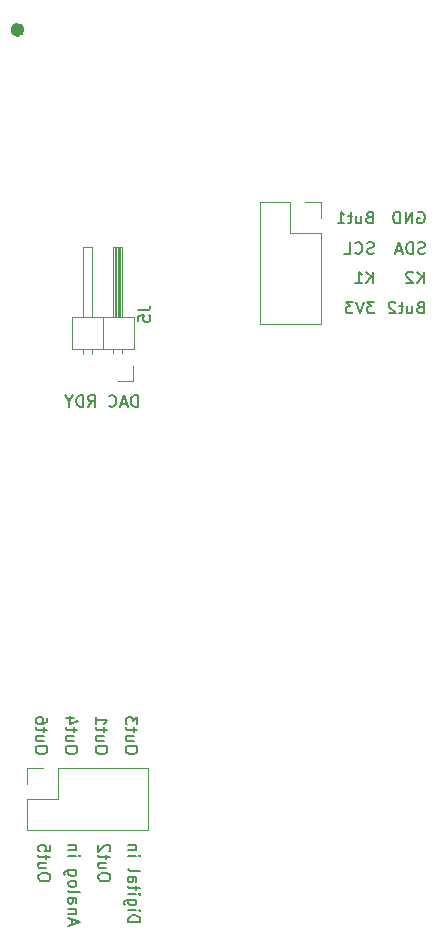
<source format=gbr>
%TF.GenerationSoftware,KiCad,Pcbnew,7.0.2-0*%
%TF.CreationDate,2023-05-29T21:13:20+02:00*%
%TF.ProjectId,dac-board,6461632d-626f-4617-9264-2e6b69636164,rev?*%
%TF.SameCoordinates,Original*%
%TF.FileFunction,Legend,Bot*%
%TF.FilePolarity,Positive*%
%FSLAX46Y46*%
G04 Gerber Fmt 4.6, Leading zero omitted, Abs format (unit mm)*
G04 Created by KiCad (PCBNEW 7.0.2-0) date 2023-05-29 21:13:20*
%MOMM*%
%LPD*%
G01*
G04 APERTURE LIST*
G04 Aperture macros list*
%AMRoundRect*
0 Rectangle with rounded corners*
0 $1 Rounding radius*
0 $2 $3 $4 $5 $6 $7 $8 $9 X,Y pos of 4 corners*
0 Add a 4 corners polygon primitive as box body*
4,1,4,$2,$3,$4,$5,$6,$7,$8,$9,$2,$3,0*
0 Add four circle primitives for the rounded corners*
1,1,$1+$1,$2,$3*
1,1,$1+$1,$4,$5*
1,1,$1+$1,$6,$7*
1,1,$1+$1,$8,$9*
0 Add four rect primitives between the rounded corners*
20,1,$1+$1,$2,$3,$4,$5,0*
20,1,$1+$1,$4,$5,$6,$7,0*
20,1,$1+$1,$6,$7,$8,$9,0*
20,1,$1+$1,$8,$9,$2,$3,0*%
G04 Aperture macros list end*
%ADD10C,0.600000*%
%ADD11C,0.150000*%
%ADD12C,0.120000*%
%ADD13R,1.700000X1.700000*%
%ADD14O,1.700000X1.700000*%
%ADD15C,1.524000*%
%ADD16RoundRect,0.250000X0.600000X0.600000X-0.600000X0.600000X-0.600000X-0.600000X0.600000X-0.600000X0*%
%ADD17C,1.700000*%
G04 APERTURE END LIST*
D10*
X119172000Y-49784000D02*
G75*
G03*
X119172000Y-49784000I-300000J0D01*
G01*
D11*
X149082142Y-72791619D02*
X148463095Y-72791619D01*
X148463095Y-72791619D02*
X148796428Y-73172571D01*
X148796428Y-73172571D02*
X148653571Y-73172571D01*
X148653571Y-73172571D02*
X148558333Y-73220190D01*
X148558333Y-73220190D02*
X148510714Y-73267809D01*
X148510714Y-73267809D02*
X148463095Y-73363047D01*
X148463095Y-73363047D02*
X148463095Y-73601142D01*
X148463095Y-73601142D02*
X148510714Y-73696380D01*
X148510714Y-73696380D02*
X148558333Y-73744000D01*
X148558333Y-73744000D02*
X148653571Y-73791619D01*
X148653571Y-73791619D02*
X148939285Y-73791619D01*
X148939285Y-73791619D02*
X149034523Y-73744000D01*
X149034523Y-73744000D02*
X149082142Y-73696380D01*
X148177380Y-72791619D02*
X147844047Y-73791619D01*
X147844047Y-73791619D02*
X147510714Y-72791619D01*
X147272618Y-72791619D02*
X146653571Y-72791619D01*
X146653571Y-72791619D02*
X146986904Y-73172571D01*
X146986904Y-73172571D02*
X146844047Y-73172571D01*
X146844047Y-73172571D02*
X146748809Y-73220190D01*
X146748809Y-73220190D02*
X146701190Y-73267809D01*
X146701190Y-73267809D02*
X146653571Y-73363047D01*
X146653571Y-73363047D02*
X146653571Y-73601142D01*
X146653571Y-73601142D02*
X146701190Y-73696380D01*
X146701190Y-73696380D02*
X146748809Y-73744000D01*
X146748809Y-73744000D02*
X146844047Y-73791619D01*
X146844047Y-73791619D02*
X147129761Y-73791619D01*
X147129761Y-73791619D02*
X147224999Y-73744000D01*
X147224999Y-73744000D02*
X147272618Y-73696380D01*
X121413380Y-110823428D02*
X121413380Y-110632952D01*
X121413380Y-110632952D02*
X121365761Y-110537714D01*
X121365761Y-110537714D02*
X121270523Y-110442476D01*
X121270523Y-110442476D02*
X121080047Y-110394857D01*
X121080047Y-110394857D02*
X120746714Y-110394857D01*
X120746714Y-110394857D02*
X120556238Y-110442476D01*
X120556238Y-110442476D02*
X120461000Y-110537714D01*
X120461000Y-110537714D02*
X120413380Y-110632952D01*
X120413380Y-110632952D02*
X120413380Y-110823428D01*
X120413380Y-110823428D02*
X120461000Y-110918666D01*
X120461000Y-110918666D02*
X120556238Y-111013904D01*
X120556238Y-111013904D02*
X120746714Y-111061523D01*
X120746714Y-111061523D02*
X121080047Y-111061523D01*
X121080047Y-111061523D02*
X121270523Y-111013904D01*
X121270523Y-111013904D02*
X121365761Y-110918666D01*
X121365761Y-110918666D02*
X121413380Y-110823428D01*
X121080047Y-109537714D02*
X120413380Y-109537714D01*
X121080047Y-109966285D02*
X120556238Y-109966285D01*
X120556238Y-109966285D02*
X120461000Y-109918666D01*
X120461000Y-109918666D02*
X120413380Y-109823428D01*
X120413380Y-109823428D02*
X120413380Y-109680571D01*
X120413380Y-109680571D02*
X120461000Y-109585333D01*
X120461000Y-109585333D02*
X120508619Y-109537714D01*
X121080047Y-109204380D02*
X121080047Y-108823428D01*
X121413380Y-109061523D02*
X120556238Y-109061523D01*
X120556238Y-109061523D02*
X120461000Y-109013904D01*
X120461000Y-109013904D02*
X120413380Y-108918666D01*
X120413380Y-108918666D02*
X120413380Y-108823428D01*
X121413380Y-108061523D02*
X121413380Y-108251999D01*
X121413380Y-108251999D02*
X121365761Y-108347237D01*
X121365761Y-108347237D02*
X121318142Y-108394856D01*
X121318142Y-108394856D02*
X121175285Y-108490094D01*
X121175285Y-108490094D02*
X120984809Y-108537713D01*
X120984809Y-108537713D02*
X120603857Y-108537713D01*
X120603857Y-108537713D02*
X120508619Y-108490094D01*
X120508619Y-108490094D02*
X120461000Y-108442475D01*
X120461000Y-108442475D02*
X120413380Y-108347237D01*
X120413380Y-108347237D02*
X120413380Y-108156761D01*
X120413380Y-108156761D02*
X120461000Y-108061523D01*
X120461000Y-108061523D02*
X120508619Y-108013904D01*
X120508619Y-108013904D02*
X120603857Y-107966285D01*
X120603857Y-107966285D02*
X120841952Y-107966285D01*
X120841952Y-107966285D02*
X120937190Y-108013904D01*
X120937190Y-108013904D02*
X120984809Y-108061523D01*
X120984809Y-108061523D02*
X121032428Y-108156761D01*
X121032428Y-108156761D02*
X121032428Y-108347237D01*
X121032428Y-108347237D02*
X120984809Y-108442475D01*
X120984809Y-108442475D02*
X120937190Y-108490094D01*
X120937190Y-108490094D02*
X120841952Y-108537713D01*
X123471095Y-125523190D02*
X123471095Y-125047000D01*
X123185380Y-125618428D02*
X124185380Y-125285095D01*
X124185380Y-125285095D02*
X123185380Y-124951762D01*
X123852047Y-124618428D02*
X123185380Y-124618428D01*
X123756809Y-124618428D02*
X123804428Y-124570809D01*
X123804428Y-124570809D02*
X123852047Y-124475571D01*
X123852047Y-124475571D02*
X123852047Y-124332714D01*
X123852047Y-124332714D02*
X123804428Y-124237476D01*
X123804428Y-124237476D02*
X123709190Y-124189857D01*
X123709190Y-124189857D02*
X123185380Y-124189857D01*
X123185380Y-123285095D02*
X123709190Y-123285095D01*
X123709190Y-123285095D02*
X123804428Y-123332714D01*
X123804428Y-123332714D02*
X123852047Y-123427952D01*
X123852047Y-123427952D02*
X123852047Y-123618428D01*
X123852047Y-123618428D02*
X123804428Y-123713666D01*
X123233000Y-123285095D02*
X123185380Y-123380333D01*
X123185380Y-123380333D02*
X123185380Y-123618428D01*
X123185380Y-123618428D02*
X123233000Y-123713666D01*
X123233000Y-123713666D02*
X123328238Y-123761285D01*
X123328238Y-123761285D02*
X123423476Y-123761285D01*
X123423476Y-123761285D02*
X123518714Y-123713666D01*
X123518714Y-123713666D02*
X123566333Y-123618428D01*
X123566333Y-123618428D02*
X123566333Y-123380333D01*
X123566333Y-123380333D02*
X123613952Y-123285095D01*
X123185380Y-122666047D02*
X123233000Y-122761285D01*
X123233000Y-122761285D02*
X123328238Y-122808904D01*
X123328238Y-122808904D02*
X124185380Y-122808904D01*
X123185380Y-122142237D02*
X123233000Y-122237475D01*
X123233000Y-122237475D02*
X123280619Y-122285094D01*
X123280619Y-122285094D02*
X123375857Y-122332713D01*
X123375857Y-122332713D02*
X123661571Y-122332713D01*
X123661571Y-122332713D02*
X123756809Y-122285094D01*
X123756809Y-122285094D02*
X123804428Y-122237475D01*
X123804428Y-122237475D02*
X123852047Y-122142237D01*
X123852047Y-122142237D02*
X123852047Y-121999380D01*
X123852047Y-121999380D02*
X123804428Y-121904142D01*
X123804428Y-121904142D02*
X123756809Y-121856523D01*
X123756809Y-121856523D02*
X123661571Y-121808904D01*
X123661571Y-121808904D02*
X123375857Y-121808904D01*
X123375857Y-121808904D02*
X123280619Y-121856523D01*
X123280619Y-121856523D02*
X123233000Y-121904142D01*
X123233000Y-121904142D02*
X123185380Y-121999380D01*
X123185380Y-121999380D02*
X123185380Y-122142237D01*
X123852047Y-120951761D02*
X123042523Y-120951761D01*
X123042523Y-120951761D02*
X122947285Y-120999380D01*
X122947285Y-120999380D02*
X122899666Y-121046999D01*
X122899666Y-121046999D02*
X122852047Y-121142237D01*
X122852047Y-121142237D02*
X122852047Y-121285094D01*
X122852047Y-121285094D02*
X122899666Y-121380332D01*
X123233000Y-120951761D02*
X123185380Y-121046999D01*
X123185380Y-121046999D02*
X123185380Y-121237475D01*
X123185380Y-121237475D02*
X123233000Y-121332713D01*
X123233000Y-121332713D02*
X123280619Y-121380332D01*
X123280619Y-121380332D02*
X123375857Y-121427951D01*
X123375857Y-121427951D02*
X123661571Y-121427951D01*
X123661571Y-121427951D02*
X123756809Y-121380332D01*
X123756809Y-121380332D02*
X123804428Y-121332713D01*
X123804428Y-121332713D02*
X123852047Y-121237475D01*
X123852047Y-121237475D02*
X123852047Y-121046999D01*
X123852047Y-121046999D02*
X123804428Y-120951761D01*
X123185380Y-119713665D02*
X123852047Y-119713665D01*
X124185380Y-119713665D02*
X124137761Y-119761284D01*
X124137761Y-119761284D02*
X124090142Y-119713665D01*
X124090142Y-119713665D02*
X124137761Y-119666046D01*
X124137761Y-119666046D02*
X124185380Y-119713665D01*
X124185380Y-119713665D02*
X124090142Y-119713665D01*
X123852047Y-119237475D02*
X123185380Y-119237475D01*
X123756809Y-119237475D02*
X123804428Y-119189856D01*
X123804428Y-119189856D02*
X123852047Y-119094618D01*
X123852047Y-119094618D02*
X123852047Y-118951761D01*
X123852047Y-118951761D02*
X123804428Y-118856523D01*
X123804428Y-118856523D02*
X123709190Y-118808904D01*
X123709190Y-118808904D02*
X123185380Y-118808904D01*
X121645380Y-121618428D02*
X121645380Y-121427952D01*
X121645380Y-121427952D02*
X121597761Y-121332714D01*
X121597761Y-121332714D02*
X121502523Y-121237476D01*
X121502523Y-121237476D02*
X121312047Y-121189857D01*
X121312047Y-121189857D02*
X120978714Y-121189857D01*
X120978714Y-121189857D02*
X120788238Y-121237476D01*
X120788238Y-121237476D02*
X120693000Y-121332714D01*
X120693000Y-121332714D02*
X120645380Y-121427952D01*
X120645380Y-121427952D02*
X120645380Y-121618428D01*
X120645380Y-121618428D02*
X120693000Y-121713666D01*
X120693000Y-121713666D02*
X120788238Y-121808904D01*
X120788238Y-121808904D02*
X120978714Y-121856523D01*
X120978714Y-121856523D02*
X121312047Y-121856523D01*
X121312047Y-121856523D02*
X121502523Y-121808904D01*
X121502523Y-121808904D02*
X121597761Y-121713666D01*
X121597761Y-121713666D02*
X121645380Y-121618428D01*
X121312047Y-120332714D02*
X120645380Y-120332714D01*
X121312047Y-120761285D02*
X120788238Y-120761285D01*
X120788238Y-120761285D02*
X120693000Y-120713666D01*
X120693000Y-120713666D02*
X120645380Y-120618428D01*
X120645380Y-120618428D02*
X120645380Y-120475571D01*
X120645380Y-120475571D02*
X120693000Y-120380333D01*
X120693000Y-120380333D02*
X120740619Y-120332714D01*
X121312047Y-119999380D02*
X121312047Y-119618428D01*
X121645380Y-119856523D02*
X120788238Y-119856523D01*
X120788238Y-119856523D02*
X120693000Y-119808904D01*
X120693000Y-119808904D02*
X120645380Y-119713666D01*
X120645380Y-119713666D02*
X120645380Y-119618428D01*
X121645380Y-118808904D02*
X121645380Y-119285094D01*
X121645380Y-119285094D02*
X121169190Y-119332713D01*
X121169190Y-119332713D02*
X121216809Y-119285094D01*
X121216809Y-119285094D02*
X121264428Y-119189856D01*
X121264428Y-119189856D02*
X121264428Y-118951761D01*
X121264428Y-118951761D02*
X121216809Y-118856523D01*
X121216809Y-118856523D02*
X121169190Y-118808904D01*
X121169190Y-118808904D02*
X121073952Y-118761285D01*
X121073952Y-118761285D02*
X120835857Y-118761285D01*
X120835857Y-118761285D02*
X120740619Y-118808904D01*
X120740619Y-118808904D02*
X120693000Y-118856523D01*
X120693000Y-118856523D02*
X120645380Y-118951761D01*
X120645380Y-118951761D02*
X120645380Y-119189856D01*
X120645380Y-119189856D02*
X120693000Y-119285094D01*
X120693000Y-119285094D02*
X120740619Y-119332713D01*
X148653571Y-65647809D02*
X148510714Y-65695428D01*
X148510714Y-65695428D02*
X148463095Y-65743047D01*
X148463095Y-65743047D02*
X148415476Y-65838285D01*
X148415476Y-65838285D02*
X148415476Y-65981142D01*
X148415476Y-65981142D02*
X148463095Y-66076380D01*
X148463095Y-66076380D02*
X148510714Y-66124000D01*
X148510714Y-66124000D02*
X148605952Y-66171619D01*
X148605952Y-66171619D02*
X148986904Y-66171619D01*
X148986904Y-66171619D02*
X148986904Y-65171619D01*
X148986904Y-65171619D02*
X148653571Y-65171619D01*
X148653571Y-65171619D02*
X148558333Y-65219238D01*
X148558333Y-65219238D02*
X148510714Y-65266857D01*
X148510714Y-65266857D02*
X148463095Y-65362095D01*
X148463095Y-65362095D02*
X148463095Y-65457333D01*
X148463095Y-65457333D02*
X148510714Y-65552571D01*
X148510714Y-65552571D02*
X148558333Y-65600190D01*
X148558333Y-65600190D02*
X148653571Y-65647809D01*
X148653571Y-65647809D02*
X148986904Y-65647809D01*
X147558333Y-65504952D02*
X147558333Y-66171619D01*
X147986904Y-65504952D02*
X147986904Y-66028761D01*
X147986904Y-66028761D02*
X147939285Y-66124000D01*
X147939285Y-66124000D02*
X147844047Y-66171619D01*
X147844047Y-66171619D02*
X147701190Y-66171619D01*
X147701190Y-66171619D02*
X147605952Y-66124000D01*
X147605952Y-66124000D02*
X147558333Y-66076380D01*
X147224999Y-65504952D02*
X146844047Y-65504952D01*
X147082142Y-65171619D02*
X147082142Y-66028761D01*
X147082142Y-66028761D02*
X147034523Y-66124000D01*
X147034523Y-66124000D02*
X146939285Y-66171619D01*
X146939285Y-66171619D02*
X146844047Y-66171619D01*
X145986904Y-66171619D02*
X146558332Y-66171619D01*
X146272618Y-66171619D02*
X146272618Y-65171619D01*
X146272618Y-65171619D02*
X146367856Y-65314476D01*
X146367856Y-65314476D02*
X146463094Y-65409714D01*
X146463094Y-65409714D02*
X146558332Y-65457333D01*
X152971571Y-73267809D02*
X152828714Y-73315428D01*
X152828714Y-73315428D02*
X152781095Y-73363047D01*
X152781095Y-73363047D02*
X152733476Y-73458285D01*
X152733476Y-73458285D02*
X152733476Y-73601142D01*
X152733476Y-73601142D02*
X152781095Y-73696380D01*
X152781095Y-73696380D02*
X152828714Y-73744000D01*
X152828714Y-73744000D02*
X152923952Y-73791619D01*
X152923952Y-73791619D02*
X153304904Y-73791619D01*
X153304904Y-73791619D02*
X153304904Y-72791619D01*
X153304904Y-72791619D02*
X152971571Y-72791619D01*
X152971571Y-72791619D02*
X152876333Y-72839238D01*
X152876333Y-72839238D02*
X152828714Y-72886857D01*
X152828714Y-72886857D02*
X152781095Y-72982095D01*
X152781095Y-72982095D02*
X152781095Y-73077333D01*
X152781095Y-73077333D02*
X152828714Y-73172571D01*
X152828714Y-73172571D02*
X152876333Y-73220190D01*
X152876333Y-73220190D02*
X152971571Y-73267809D01*
X152971571Y-73267809D02*
X153304904Y-73267809D01*
X151876333Y-73124952D02*
X151876333Y-73791619D01*
X152304904Y-73124952D02*
X152304904Y-73648761D01*
X152304904Y-73648761D02*
X152257285Y-73744000D01*
X152257285Y-73744000D02*
X152162047Y-73791619D01*
X152162047Y-73791619D02*
X152019190Y-73791619D01*
X152019190Y-73791619D02*
X151923952Y-73744000D01*
X151923952Y-73744000D02*
X151876333Y-73696380D01*
X151542999Y-73124952D02*
X151162047Y-73124952D01*
X151400142Y-72791619D02*
X151400142Y-73648761D01*
X151400142Y-73648761D02*
X151352523Y-73744000D01*
X151352523Y-73744000D02*
X151257285Y-73791619D01*
X151257285Y-73791619D02*
X151162047Y-73791619D01*
X150876332Y-72886857D02*
X150828713Y-72839238D01*
X150828713Y-72839238D02*
X150733475Y-72791619D01*
X150733475Y-72791619D02*
X150495380Y-72791619D01*
X150495380Y-72791619D02*
X150400142Y-72839238D01*
X150400142Y-72839238D02*
X150352523Y-72886857D01*
X150352523Y-72886857D02*
X150304904Y-72982095D01*
X150304904Y-72982095D02*
X150304904Y-73077333D01*
X150304904Y-73077333D02*
X150352523Y-73220190D01*
X150352523Y-73220190D02*
X150923951Y-73791619D01*
X150923951Y-73791619D02*
X150304904Y-73791619D01*
X123953380Y-110823428D02*
X123953380Y-110632952D01*
X123953380Y-110632952D02*
X123905761Y-110537714D01*
X123905761Y-110537714D02*
X123810523Y-110442476D01*
X123810523Y-110442476D02*
X123620047Y-110394857D01*
X123620047Y-110394857D02*
X123286714Y-110394857D01*
X123286714Y-110394857D02*
X123096238Y-110442476D01*
X123096238Y-110442476D02*
X123001000Y-110537714D01*
X123001000Y-110537714D02*
X122953380Y-110632952D01*
X122953380Y-110632952D02*
X122953380Y-110823428D01*
X122953380Y-110823428D02*
X123001000Y-110918666D01*
X123001000Y-110918666D02*
X123096238Y-111013904D01*
X123096238Y-111013904D02*
X123286714Y-111061523D01*
X123286714Y-111061523D02*
X123620047Y-111061523D01*
X123620047Y-111061523D02*
X123810523Y-111013904D01*
X123810523Y-111013904D02*
X123905761Y-110918666D01*
X123905761Y-110918666D02*
X123953380Y-110823428D01*
X123620047Y-109537714D02*
X122953380Y-109537714D01*
X123620047Y-109966285D02*
X123096238Y-109966285D01*
X123096238Y-109966285D02*
X123001000Y-109918666D01*
X123001000Y-109918666D02*
X122953380Y-109823428D01*
X122953380Y-109823428D02*
X122953380Y-109680571D01*
X122953380Y-109680571D02*
X123001000Y-109585333D01*
X123001000Y-109585333D02*
X123048619Y-109537714D01*
X123620047Y-109204380D02*
X123620047Y-108823428D01*
X123953380Y-109061523D02*
X123096238Y-109061523D01*
X123096238Y-109061523D02*
X123001000Y-109013904D01*
X123001000Y-109013904D02*
X122953380Y-108918666D01*
X122953380Y-108918666D02*
X122953380Y-108823428D01*
X123620047Y-108061523D02*
X122953380Y-108061523D01*
X124001000Y-108299618D02*
X123286714Y-108537713D01*
X123286714Y-108537713D02*
X123286714Y-107918666D01*
X129033380Y-110823428D02*
X129033380Y-110632952D01*
X129033380Y-110632952D02*
X128985761Y-110537714D01*
X128985761Y-110537714D02*
X128890523Y-110442476D01*
X128890523Y-110442476D02*
X128700047Y-110394857D01*
X128700047Y-110394857D02*
X128366714Y-110394857D01*
X128366714Y-110394857D02*
X128176238Y-110442476D01*
X128176238Y-110442476D02*
X128081000Y-110537714D01*
X128081000Y-110537714D02*
X128033380Y-110632952D01*
X128033380Y-110632952D02*
X128033380Y-110823428D01*
X128033380Y-110823428D02*
X128081000Y-110918666D01*
X128081000Y-110918666D02*
X128176238Y-111013904D01*
X128176238Y-111013904D02*
X128366714Y-111061523D01*
X128366714Y-111061523D02*
X128700047Y-111061523D01*
X128700047Y-111061523D02*
X128890523Y-111013904D01*
X128890523Y-111013904D02*
X128985761Y-110918666D01*
X128985761Y-110918666D02*
X129033380Y-110823428D01*
X128700047Y-109537714D02*
X128033380Y-109537714D01*
X128700047Y-109966285D02*
X128176238Y-109966285D01*
X128176238Y-109966285D02*
X128081000Y-109918666D01*
X128081000Y-109918666D02*
X128033380Y-109823428D01*
X128033380Y-109823428D02*
X128033380Y-109680571D01*
X128033380Y-109680571D02*
X128081000Y-109585333D01*
X128081000Y-109585333D02*
X128128619Y-109537714D01*
X128700047Y-109204380D02*
X128700047Y-108823428D01*
X129033380Y-109061523D02*
X128176238Y-109061523D01*
X128176238Y-109061523D02*
X128081000Y-109013904D01*
X128081000Y-109013904D02*
X128033380Y-108918666D01*
X128033380Y-108918666D02*
X128033380Y-108823428D01*
X129033380Y-108585332D02*
X129033380Y-107966285D01*
X129033380Y-107966285D02*
X128652428Y-108299618D01*
X128652428Y-108299618D02*
X128652428Y-108156761D01*
X128652428Y-108156761D02*
X128604809Y-108061523D01*
X128604809Y-108061523D02*
X128557190Y-108013904D01*
X128557190Y-108013904D02*
X128461952Y-107966285D01*
X128461952Y-107966285D02*
X128223857Y-107966285D01*
X128223857Y-107966285D02*
X128128619Y-108013904D01*
X128128619Y-108013904D02*
X128081000Y-108061523D01*
X128081000Y-108061523D02*
X128033380Y-108156761D01*
X128033380Y-108156761D02*
X128033380Y-108442475D01*
X128033380Y-108442475D02*
X128081000Y-108537713D01*
X128081000Y-108537713D02*
X128128619Y-108585332D01*
X128265380Y-125332713D02*
X129265380Y-125332713D01*
X129265380Y-125332713D02*
X129265380Y-125094618D01*
X129265380Y-125094618D02*
X129217761Y-124951761D01*
X129217761Y-124951761D02*
X129122523Y-124856523D01*
X129122523Y-124856523D02*
X129027285Y-124808904D01*
X129027285Y-124808904D02*
X128836809Y-124761285D01*
X128836809Y-124761285D02*
X128693952Y-124761285D01*
X128693952Y-124761285D02*
X128503476Y-124808904D01*
X128503476Y-124808904D02*
X128408238Y-124856523D01*
X128408238Y-124856523D02*
X128313000Y-124951761D01*
X128313000Y-124951761D02*
X128265380Y-125094618D01*
X128265380Y-125094618D02*
X128265380Y-125332713D01*
X128265380Y-124332713D02*
X128932047Y-124332713D01*
X129265380Y-124332713D02*
X129217761Y-124380332D01*
X129217761Y-124380332D02*
X129170142Y-124332713D01*
X129170142Y-124332713D02*
X129217761Y-124285094D01*
X129217761Y-124285094D02*
X129265380Y-124332713D01*
X129265380Y-124332713D02*
X129170142Y-124332713D01*
X128932047Y-123427952D02*
X128122523Y-123427952D01*
X128122523Y-123427952D02*
X128027285Y-123475571D01*
X128027285Y-123475571D02*
X127979666Y-123523190D01*
X127979666Y-123523190D02*
X127932047Y-123618428D01*
X127932047Y-123618428D02*
X127932047Y-123761285D01*
X127932047Y-123761285D02*
X127979666Y-123856523D01*
X128313000Y-123427952D02*
X128265380Y-123523190D01*
X128265380Y-123523190D02*
X128265380Y-123713666D01*
X128265380Y-123713666D02*
X128313000Y-123808904D01*
X128313000Y-123808904D02*
X128360619Y-123856523D01*
X128360619Y-123856523D02*
X128455857Y-123904142D01*
X128455857Y-123904142D02*
X128741571Y-123904142D01*
X128741571Y-123904142D02*
X128836809Y-123856523D01*
X128836809Y-123856523D02*
X128884428Y-123808904D01*
X128884428Y-123808904D02*
X128932047Y-123713666D01*
X128932047Y-123713666D02*
X128932047Y-123523190D01*
X128932047Y-123523190D02*
X128884428Y-123427952D01*
X128265380Y-122951761D02*
X128932047Y-122951761D01*
X129265380Y-122951761D02*
X129217761Y-122999380D01*
X129217761Y-122999380D02*
X129170142Y-122951761D01*
X129170142Y-122951761D02*
X129217761Y-122904142D01*
X129217761Y-122904142D02*
X129265380Y-122951761D01*
X129265380Y-122951761D02*
X129170142Y-122951761D01*
X128932047Y-122618428D02*
X128932047Y-122237476D01*
X129265380Y-122475571D02*
X128408238Y-122475571D01*
X128408238Y-122475571D02*
X128313000Y-122427952D01*
X128313000Y-122427952D02*
X128265380Y-122332714D01*
X128265380Y-122332714D02*
X128265380Y-122237476D01*
X128265380Y-121475571D02*
X128789190Y-121475571D01*
X128789190Y-121475571D02*
X128884428Y-121523190D01*
X128884428Y-121523190D02*
X128932047Y-121618428D01*
X128932047Y-121618428D02*
X128932047Y-121808904D01*
X128932047Y-121808904D02*
X128884428Y-121904142D01*
X128313000Y-121475571D02*
X128265380Y-121570809D01*
X128265380Y-121570809D02*
X128265380Y-121808904D01*
X128265380Y-121808904D02*
X128313000Y-121904142D01*
X128313000Y-121904142D02*
X128408238Y-121951761D01*
X128408238Y-121951761D02*
X128503476Y-121951761D01*
X128503476Y-121951761D02*
X128598714Y-121904142D01*
X128598714Y-121904142D02*
X128646333Y-121808904D01*
X128646333Y-121808904D02*
X128646333Y-121570809D01*
X128646333Y-121570809D02*
X128693952Y-121475571D01*
X128265380Y-120856523D02*
X128313000Y-120951761D01*
X128313000Y-120951761D02*
X128408238Y-120999380D01*
X128408238Y-120999380D02*
X129265380Y-120999380D01*
X128265380Y-119713665D02*
X128932047Y-119713665D01*
X129265380Y-119713665D02*
X129217761Y-119761284D01*
X129217761Y-119761284D02*
X129170142Y-119713665D01*
X129170142Y-119713665D02*
X129217761Y-119666046D01*
X129217761Y-119666046D02*
X129265380Y-119713665D01*
X129265380Y-119713665D02*
X129170142Y-119713665D01*
X128932047Y-119237475D02*
X128265380Y-119237475D01*
X128836809Y-119237475D02*
X128884428Y-119189856D01*
X128884428Y-119189856D02*
X128932047Y-119094618D01*
X128932047Y-119094618D02*
X128932047Y-118951761D01*
X128932047Y-118951761D02*
X128884428Y-118856523D01*
X128884428Y-118856523D02*
X128789190Y-118808904D01*
X128789190Y-118808904D02*
X128265380Y-118808904D01*
X126493380Y-110823428D02*
X126493380Y-110632952D01*
X126493380Y-110632952D02*
X126445761Y-110537714D01*
X126445761Y-110537714D02*
X126350523Y-110442476D01*
X126350523Y-110442476D02*
X126160047Y-110394857D01*
X126160047Y-110394857D02*
X125826714Y-110394857D01*
X125826714Y-110394857D02*
X125636238Y-110442476D01*
X125636238Y-110442476D02*
X125541000Y-110537714D01*
X125541000Y-110537714D02*
X125493380Y-110632952D01*
X125493380Y-110632952D02*
X125493380Y-110823428D01*
X125493380Y-110823428D02*
X125541000Y-110918666D01*
X125541000Y-110918666D02*
X125636238Y-111013904D01*
X125636238Y-111013904D02*
X125826714Y-111061523D01*
X125826714Y-111061523D02*
X126160047Y-111061523D01*
X126160047Y-111061523D02*
X126350523Y-111013904D01*
X126350523Y-111013904D02*
X126445761Y-110918666D01*
X126445761Y-110918666D02*
X126493380Y-110823428D01*
X126160047Y-109537714D02*
X125493380Y-109537714D01*
X126160047Y-109966285D02*
X125636238Y-109966285D01*
X125636238Y-109966285D02*
X125541000Y-109918666D01*
X125541000Y-109918666D02*
X125493380Y-109823428D01*
X125493380Y-109823428D02*
X125493380Y-109680571D01*
X125493380Y-109680571D02*
X125541000Y-109585333D01*
X125541000Y-109585333D02*
X125588619Y-109537714D01*
X126160047Y-109204380D02*
X126160047Y-108823428D01*
X126493380Y-109061523D02*
X125636238Y-109061523D01*
X125636238Y-109061523D02*
X125541000Y-109013904D01*
X125541000Y-109013904D02*
X125493380Y-108918666D01*
X125493380Y-108918666D02*
X125493380Y-108823428D01*
X125493380Y-107966285D02*
X125493380Y-108537713D01*
X125493380Y-108251999D02*
X126493380Y-108251999D01*
X126493380Y-108251999D02*
X126350523Y-108347237D01*
X126350523Y-108347237D02*
X126255285Y-108442475D01*
X126255285Y-108442475D02*
X126207666Y-108537713D01*
X126725380Y-121618428D02*
X126725380Y-121427952D01*
X126725380Y-121427952D02*
X126677761Y-121332714D01*
X126677761Y-121332714D02*
X126582523Y-121237476D01*
X126582523Y-121237476D02*
X126392047Y-121189857D01*
X126392047Y-121189857D02*
X126058714Y-121189857D01*
X126058714Y-121189857D02*
X125868238Y-121237476D01*
X125868238Y-121237476D02*
X125773000Y-121332714D01*
X125773000Y-121332714D02*
X125725380Y-121427952D01*
X125725380Y-121427952D02*
X125725380Y-121618428D01*
X125725380Y-121618428D02*
X125773000Y-121713666D01*
X125773000Y-121713666D02*
X125868238Y-121808904D01*
X125868238Y-121808904D02*
X126058714Y-121856523D01*
X126058714Y-121856523D02*
X126392047Y-121856523D01*
X126392047Y-121856523D02*
X126582523Y-121808904D01*
X126582523Y-121808904D02*
X126677761Y-121713666D01*
X126677761Y-121713666D02*
X126725380Y-121618428D01*
X126392047Y-120332714D02*
X125725380Y-120332714D01*
X126392047Y-120761285D02*
X125868238Y-120761285D01*
X125868238Y-120761285D02*
X125773000Y-120713666D01*
X125773000Y-120713666D02*
X125725380Y-120618428D01*
X125725380Y-120618428D02*
X125725380Y-120475571D01*
X125725380Y-120475571D02*
X125773000Y-120380333D01*
X125773000Y-120380333D02*
X125820619Y-120332714D01*
X126392047Y-119999380D02*
X126392047Y-119618428D01*
X126725380Y-119856523D02*
X125868238Y-119856523D01*
X125868238Y-119856523D02*
X125773000Y-119808904D01*
X125773000Y-119808904D02*
X125725380Y-119713666D01*
X125725380Y-119713666D02*
X125725380Y-119618428D01*
X126630142Y-119332713D02*
X126677761Y-119285094D01*
X126677761Y-119285094D02*
X126725380Y-119189856D01*
X126725380Y-119189856D02*
X126725380Y-118951761D01*
X126725380Y-118951761D02*
X126677761Y-118856523D01*
X126677761Y-118856523D02*
X126630142Y-118808904D01*
X126630142Y-118808904D02*
X126534904Y-118761285D01*
X126534904Y-118761285D02*
X126439666Y-118761285D01*
X126439666Y-118761285D02*
X126296809Y-118808904D01*
X126296809Y-118808904D02*
X125725380Y-119380332D01*
X125725380Y-119380332D02*
X125725380Y-118761285D01*
X152781095Y-65219238D02*
X152876333Y-65171619D01*
X152876333Y-65171619D02*
X153019190Y-65171619D01*
X153019190Y-65171619D02*
X153162047Y-65219238D01*
X153162047Y-65219238D02*
X153257285Y-65314476D01*
X153257285Y-65314476D02*
X153304904Y-65409714D01*
X153304904Y-65409714D02*
X153352523Y-65600190D01*
X153352523Y-65600190D02*
X153352523Y-65743047D01*
X153352523Y-65743047D02*
X153304904Y-65933523D01*
X153304904Y-65933523D02*
X153257285Y-66028761D01*
X153257285Y-66028761D02*
X153162047Y-66124000D01*
X153162047Y-66124000D02*
X153019190Y-66171619D01*
X153019190Y-66171619D02*
X152923952Y-66171619D01*
X152923952Y-66171619D02*
X152781095Y-66124000D01*
X152781095Y-66124000D02*
X152733476Y-66076380D01*
X152733476Y-66076380D02*
X152733476Y-65743047D01*
X152733476Y-65743047D02*
X152923952Y-65743047D01*
X152304904Y-66171619D02*
X152304904Y-65171619D01*
X152304904Y-65171619D02*
X151733476Y-66171619D01*
X151733476Y-66171619D02*
X151733476Y-65171619D01*
X151257285Y-66171619D02*
X151257285Y-65171619D01*
X151257285Y-65171619D02*
X151019190Y-65171619D01*
X151019190Y-65171619D02*
X150876333Y-65219238D01*
X150876333Y-65219238D02*
X150781095Y-65314476D01*
X150781095Y-65314476D02*
X150733476Y-65409714D01*
X150733476Y-65409714D02*
X150685857Y-65600190D01*
X150685857Y-65600190D02*
X150685857Y-65743047D01*
X150685857Y-65743047D02*
X150733476Y-65933523D01*
X150733476Y-65933523D02*
X150781095Y-66028761D01*
X150781095Y-66028761D02*
X150876333Y-66124000D01*
X150876333Y-66124000D02*
X151019190Y-66171619D01*
X151019190Y-66171619D02*
X151257285Y-66171619D01*
X149034523Y-68714800D02*
X148891666Y-68762419D01*
X148891666Y-68762419D02*
X148653571Y-68762419D01*
X148653571Y-68762419D02*
X148558333Y-68714800D01*
X148558333Y-68714800D02*
X148510714Y-68667180D01*
X148510714Y-68667180D02*
X148463095Y-68571942D01*
X148463095Y-68571942D02*
X148463095Y-68476704D01*
X148463095Y-68476704D02*
X148510714Y-68381466D01*
X148510714Y-68381466D02*
X148558333Y-68333847D01*
X148558333Y-68333847D02*
X148653571Y-68286228D01*
X148653571Y-68286228D02*
X148844047Y-68238609D01*
X148844047Y-68238609D02*
X148939285Y-68190990D01*
X148939285Y-68190990D02*
X148986904Y-68143371D01*
X148986904Y-68143371D02*
X149034523Y-68048133D01*
X149034523Y-68048133D02*
X149034523Y-67952895D01*
X149034523Y-67952895D02*
X148986904Y-67857657D01*
X148986904Y-67857657D02*
X148939285Y-67810038D01*
X148939285Y-67810038D02*
X148844047Y-67762419D01*
X148844047Y-67762419D02*
X148605952Y-67762419D01*
X148605952Y-67762419D02*
X148463095Y-67810038D01*
X147463095Y-68667180D02*
X147510714Y-68714800D01*
X147510714Y-68714800D02*
X147653571Y-68762419D01*
X147653571Y-68762419D02*
X147748809Y-68762419D01*
X147748809Y-68762419D02*
X147891666Y-68714800D01*
X147891666Y-68714800D02*
X147986904Y-68619561D01*
X147986904Y-68619561D02*
X148034523Y-68524323D01*
X148034523Y-68524323D02*
X148082142Y-68333847D01*
X148082142Y-68333847D02*
X148082142Y-68190990D01*
X148082142Y-68190990D02*
X148034523Y-68000514D01*
X148034523Y-68000514D02*
X147986904Y-67905276D01*
X147986904Y-67905276D02*
X147891666Y-67810038D01*
X147891666Y-67810038D02*
X147748809Y-67762419D01*
X147748809Y-67762419D02*
X147653571Y-67762419D01*
X147653571Y-67762419D02*
X147510714Y-67810038D01*
X147510714Y-67810038D02*
X147463095Y-67857657D01*
X146558333Y-68762419D02*
X147034523Y-68762419D01*
X147034523Y-68762419D02*
X147034523Y-67762419D01*
X129047904Y-81716419D02*
X129047904Y-80716419D01*
X129047904Y-80716419D02*
X128809809Y-80716419D01*
X128809809Y-80716419D02*
X128666952Y-80764038D01*
X128666952Y-80764038D02*
X128571714Y-80859276D01*
X128571714Y-80859276D02*
X128524095Y-80954514D01*
X128524095Y-80954514D02*
X128476476Y-81144990D01*
X128476476Y-81144990D02*
X128476476Y-81287847D01*
X128476476Y-81287847D02*
X128524095Y-81478323D01*
X128524095Y-81478323D02*
X128571714Y-81573561D01*
X128571714Y-81573561D02*
X128666952Y-81668800D01*
X128666952Y-81668800D02*
X128809809Y-81716419D01*
X128809809Y-81716419D02*
X129047904Y-81716419D01*
X128095523Y-81430704D02*
X127619333Y-81430704D01*
X128190761Y-81716419D02*
X127857428Y-80716419D01*
X127857428Y-80716419D02*
X127524095Y-81716419D01*
X126619333Y-81621180D02*
X126666952Y-81668800D01*
X126666952Y-81668800D02*
X126809809Y-81716419D01*
X126809809Y-81716419D02*
X126905047Y-81716419D01*
X126905047Y-81716419D02*
X127047904Y-81668800D01*
X127047904Y-81668800D02*
X127143142Y-81573561D01*
X127143142Y-81573561D02*
X127190761Y-81478323D01*
X127190761Y-81478323D02*
X127238380Y-81287847D01*
X127238380Y-81287847D02*
X127238380Y-81144990D01*
X127238380Y-81144990D02*
X127190761Y-80954514D01*
X127190761Y-80954514D02*
X127143142Y-80859276D01*
X127143142Y-80859276D02*
X127047904Y-80764038D01*
X127047904Y-80764038D02*
X126905047Y-80716419D01*
X126905047Y-80716419D02*
X126809809Y-80716419D01*
X126809809Y-80716419D02*
X126666952Y-80764038D01*
X126666952Y-80764038D02*
X126619333Y-80811657D01*
X124857428Y-81716419D02*
X125190761Y-81240228D01*
X125428856Y-81716419D02*
X125428856Y-80716419D01*
X125428856Y-80716419D02*
X125047904Y-80716419D01*
X125047904Y-80716419D02*
X124952666Y-80764038D01*
X124952666Y-80764038D02*
X124905047Y-80811657D01*
X124905047Y-80811657D02*
X124857428Y-80906895D01*
X124857428Y-80906895D02*
X124857428Y-81049752D01*
X124857428Y-81049752D02*
X124905047Y-81144990D01*
X124905047Y-81144990D02*
X124952666Y-81192609D01*
X124952666Y-81192609D02*
X125047904Y-81240228D01*
X125047904Y-81240228D02*
X125428856Y-81240228D01*
X124428856Y-81716419D02*
X124428856Y-80716419D01*
X124428856Y-80716419D02*
X124190761Y-80716419D01*
X124190761Y-80716419D02*
X124047904Y-80764038D01*
X124047904Y-80764038D02*
X123952666Y-80859276D01*
X123952666Y-80859276D02*
X123905047Y-80954514D01*
X123905047Y-80954514D02*
X123857428Y-81144990D01*
X123857428Y-81144990D02*
X123857428Y-81287847D01*
X123857428Y-81287847D02*
X123905047Y-81478323D01*
X123905047Y-81478323D02*
X123952666Y-81573561D01*
X123952666Y-81573561D02*
X124047904Y-81668800D01*
X124047904Y-81668800D02*
X124190761Y-81716419D01*
X124190761Y-81716419D02*
X124428856Y-81716419D01*
X123238380Y-81240228D02*
X123238380Y-81716419D01*
X123571713Y-80716419D02*
X123238380Y-81240228D01*
X123238380Y-81240228D02*
X122905047Y-80716419D01*
X153304904Y-71251619D02*
X153304904Y-70251619D01*
X152733476Y-71251619D02*
X153162047Y-70680190D01*
X152733476Y-70251619D02*
X153304904Y-70823047D01*
X152352523Y-70346857D02*
X152304904Y-70299238D01*
X152304904Y-70299238D02*
X152209666Y-70251619D01*
X152209666Y-70251619D02*
X151971571Y-70251619D01*
X151971571Y-70251619D02*
X151876333Y-70299238D01*
X151876333Y-70299238D02*
X151828714Y-70346857D01*
X151828714Y-70346857D02*
X151781095Y-70442095D01*
X151781095Y-70442095D02*
X151781095Y-70537333D01*
X151781095Y-70537333D02*
X151828714Y-70680190D01*
X151828714Y-70680190D02*
X152400142Y-71251619D01*
X152400142Y-71251619D02*
X151781095Y-71251619D01*
X148986904Y-71251619D02*
X148986904Y-70251619D01*
X148415476Y-71251619D02*
X148844047Y-70680190D01*
X148415476Y-70251619D02*
X148986904Y-70823047D01*
X147463095Y-71251619D02*
X148034523Y-71251619D01*
X147748809Y-71251619D02*
X147748809Y-70251619D01*
X147748809Y-70251619D02*
X147844047Y-70394476D01*
X147844047Y-70394476D02*
X147939285Y-70489714D01*
X147939285Y-70489714D02*
X148034523Y-70537333D01*
X153352523Y-68714800D02*
X153209666Y-68762419D01*
X153209666Y-68762419D02*
X152971571Y-68762419D01*
X152971571Y-68762419D02*
X152876333Y-68714800D01*
X152876333Y-68714800D02*
X152828714Y-68667180D01*
X152828714Y-68667180D02*
X152781095Y-68571942D01*
X152781095Y-68571942D02*
X152781095Y-68476704D01*
X152781095Y-68476704D02*
X152828714Y-68381466D01*
X152828714Y-68381466D02*
X152876333Y-68333847D01*
X152876333Y-68333847D02*
X152971571Y-68286228D01*
X152971571Y-68286228D02*
X153162047Y-68238609D01*
X153162047Y-68238609D02*
X153257285Y-68190990D01*
X153257285Y-68190990D02*
X153304904Y-68143371D01*
X153304904Y-68143371D02*
X153352523Y-68048133D01*
X153352523Y-68048133D02*
X153352523Y-67952895D01*
X153352523Y-67952895D02*
X153304904Y-67857657D01*
X153304904Y-67857657D02*
X153257285Y-67810038D01*
X153257285Y-67810038D02*
X153162047Y-67762419D01*
X153162047Y-67762419D02*
X152923952Y-67762419D01*
X152923952Y-67762419D02*
X152781095Y-67810038D01*
X152352523Y-68762419D02*
X152352523Y-67762419D01*
X152352523Y-67762419D02*
X152114428Y-67762419D01*
X152114428Y-67762419D02*
X151971571Y-67810038D01*
X151971571Y-67810038D02*
X151876333Y-67905276D01*
X151876333Y-67905276D02*
X151828714Y-68000514D01*
X151828714Y-68000514D02*
X151781095Y-68190990D01*
X151781095Y-68190990D02*
X151781095Y-68333847D01*
X151781095Y-68333847D02*
X151828714Y-68524323D01*
X151828714Y-68524323D02*
X151876333Y-68619561D01*
X151876333Y-68619561D02*
X151971571Y-68714800D01*
X151971571Y-68714800D02*
X152114428Y-68762419D01*
X152114428Y-68762419D02*
X152352523Y-68762419D01*
X151400142Y-68476704D02*
X150923952Y-68476704D01*
X151495380Y-68762419D02*
X151162047Y-67762419D01*
X151162047Y-67762419D02*
X150828714Y-68762419D01*
%TO.C,J5*%
X129113619Y-73513666D02*
X129827904Y-73513666D01*
X129827904Y-73513666D02*
X129970761Y-73466047D01*
X129970761Y-73466047D02*
X130066000Y-73370809D01*
X130066000Y-73370809D02*
X130113619Y-73227952D01*
X130113619Y-73227952D02*
X130113619Y-73132714D01*
X129113619Y-74466047D02*
X129113619Y-73989857D01*
X129113619Y-73989857D02*
X129589809Y-73942238D01*
X129589809Y-73942238D02*
X129542190Y-73989857D01*
X129542190Y-73989857D02*
X129494571Y-74085095D01*
X129494571Y-74085095D02*
X129494571Y-74323190D01*
X129494571Y-74323190D02*
X129542190Y-74418428D01*
X129542190Y-74418428D02*
X129589809Y-74466047D01*
X129589809Y-74466047D02*
X129685047Y-74513666D01*
X129685047Y-74513666D02*
X129923142Y-74513666D01*
X129923142Y-74513666D02*
X130018380Y-74466047D01*
X130018380Y-74466047D02*
X130066000Y-74418428D01*
X130066000Y-74418428D02*
X130113619Y-74323190D01*
X130113619Y-74323190D02*
X130113619Y-74085095D01*
X130113619Y-74085095D02*
X130066000Y-73989857D01*
X130066000Y-73989857D02*
X130018380Y-73942238D01*
D12*
%TO.C,J3*%
X129965000Y-112295000D02*
X129965000Y-117495000D01*
X122285000Y-112295000D02*
X129965000Y-112295000D01*
X122285000Y-112295000D02*
X122285000Y-114895000D01*
X121015000Y-112295000D02*
X119685000Y-112295000D01*
X119685000Y-112295000D02*
X119685000Y-113625000D01*
X122285000Y-114895000D02*
X119685000Y-114895000D01*
X119685000Y-114895000D02*
X119685000Y-117495000D01*
X119685000Y-117495000D02*
X129965000Y-117495000D01*
%TO.C,J2*%
X144565000Y-74675000D02*
X139365000Y-74675000D01*
X144565000Y-66995000D02*
X144565000Y-74675000D01*
X144565000Y-66995000D02*
X141965000Y-66995000D01*
X144565000Y-65725000D02*
X144565000Y-64395000D01*
X144565000Y-64395000D02*
X143235000Y-64395000D01*
X141965000Y-66995000D02*
X141965000Y-64395000D01*
X141965000Y-64395000D02*
X139365000Y-64395000D01*
X139365000Y-64395000D02*
X139365000Y-74675000D01*
%TO.C,J5*%
X127381000Y-79502000D02*
X128651000Y-79502000D01*
X128651000Y-79502000D02*
X128651000Y-78232000D01*
X124461000Y-77189071D02*
X124461000Y-76792000D01*
X125221000Y-77189071D02*
X125221000Y-76792000D01*
X127001000Y-77122000D02*
X127001000Y-76792000D01*
X127761000Y-77122000D02*
X127761000Y-76792000D01*
X123511000Y-76792000D02*
X123511000Y-74132000D01*
X126111000Y-76792000D02*
X126111000Y-74132000D01*
X128711000Y-76792000D02*
X123511000Y-76792000D01*
X123511000Y-74132000D02*
X128711000Y-74132000D01*
X125221000Y-74132000D02*
X125221000Y-68132000D01*
X127101000Y-74132000D02*
X127101000Y-68132000D01*
X127221000Y-74132000D02*
X127221000Y-68132000D01*
X127341000Y-74132000D02*
X127341000Y-68132000D01*
X127461000Y-74132000D02*
X127461000Y-68132000D01*
X127581000Y-74132000D02*
X127581000Y-68132000D01*
X127701000Y-74132000D02*
X127701000Y-68132000D01*
X127761000Y-74132000D02*
X127761000Y-68132000D01*
X128711000Y-74132000D02*
X128711000Y-76792000D01*
X124461000Y-68132000D02*
X124461000Y-74132000D01*
X125221000Y-68132000D02*
X124461000Y-68132000D01*
X127001000Y-68132000D02*
X127001000Y-74132000D01*
X127761000Y-68132000D02*
X127001000Y-68132000D01*
%TD*%
%LPC*%
D13*
%TO.C,J6*%
X128688981Y-129286000D03*
D14*
X128688981Y-131826000D03*
X128688981Y-134366000D03*
X128688981Y-136906000D03*
%TD*%
D15*
%TO.C,RPI1*%
X118925000Y-52665000D03*
X118925000Y-55205000D03*
X118925000Y-57745000D03*
X118925000Y-60285000D03*
X118925000Y-62825000D03*
X118925000Y-65365000D03*
X118925000Y-67905000D03*
X118925000Y-70445000D03*
X118925000Y-72985000D03*
X118925000Y-75525000D03*
X118925000Y-78065000D03*
X118925000Y-80605000D03*
X118925000Y-83145000D03*
X118925000Y-85685000D03*
X118925000Y-88225000D03*
X118925000Y-90765000D03*
X118925000Y-93305000D03*
X118925000Y-95845000D03*
X118925000Y-98385000D03*
X118925000Y-100925000D03*
X136705000Y-100925000D03*
X136705000Y-98385000D03*
X136705000Y-95845000D03*
X136705000Y-93305000D03*
X136705000Y-90765000D03*
X136705000Y-88225000D03*
X136705000Y-85685000D03*
X136705000Y-83145000D03*
X136705000Y-80605000D03*
X136705000Y-78065000D03*
X136705000Y-75525000D03*
X136705000Y-72985000D03*
X136705000Y-70445000D03*
X136705000Y-67905000D03*
X136705000Y-65365000D03*
X136705000Y-62825000D03*
X136705000Y-60285000D03*
X136705000Y-57745000D03*
X136705000Y-55205000D03*
X136705000Y-52665000D03*
%TD*%
D16*
%TO.C,J1*%
X149987000Y-147320000D03*
D17*
X147447000Y-147320000D03*
X149987000Y-144780000D03*
X147447000Y-144780000D03*
X149987000Y-142240000D03*
X147447000Y-142240000D03*
X149987000Y-139700000D03*
X147447000Y-139700000D03*
X149987000Y-137160000D03*
X147447000Y-137160000D03*
X149987000Y-134620000D03*
X147447000Y-134620000D03*
X149987000Y-132080000D03*
X147447000Y-132080000D03*
X149987000Y-129540000D03*
X147447000Y-129540000D03*
%TD*%
D13*
%TO.C,J4*%
X153670000Y-52705000D03*
D14*
X153670000Y-55245000D03*
X153670000Y-57785000D03*
X153670000Y-60325000D03*
%TD*%
D13*
%TO.C,J3*%
X121015000Y-113625000D03*
D14*
X121015000Y-116165000D03*
X123555000Y-113625000D03*
X123555000Y-116165000D03*
X126095000Y-113625000D03*
X126095000Y-116165000D03*
X128635000Y-113625000D03*
X128635000Y-116165000D03*
%TD*%
D13*
%TO.C,J2*%
X143235000Y-65725000D03*
D14*
X140695000Y-65725000D03*
X143235000Y-68265000D03*
X140695000Y-68265000D03*
X143235000Y-70805000D03*
X140695000Y-70805000D03*
X143235000Y-73345000D03*
X140695000Y-73345000D03*
%TD*%
D13*
%TO.C,J5*%
X127381000Y-78232000D03*
D14*
X124841000Y-78232000D03*
%TD*%
%LPD*%
M02*

</source>
